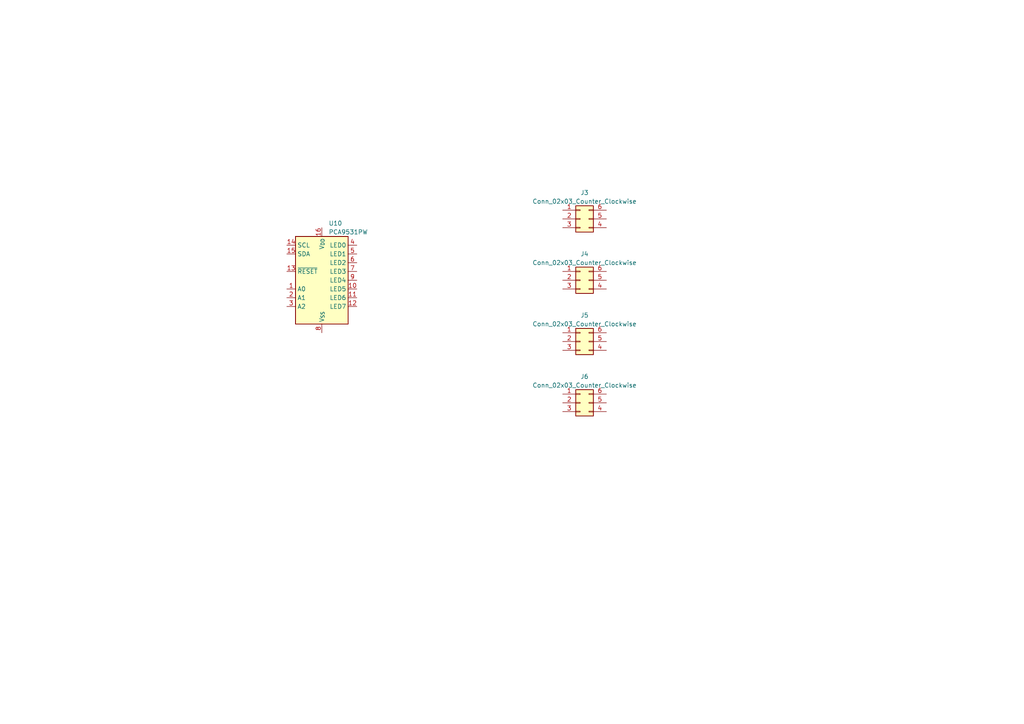
<source format=kicad_sch>
(kicad_sch (version 20230121) (generator eeschema)
  (paper "A4")
  (lib_symbols
    (symbol "Connector_Generic:Conn_02x03_Counter_Clockwise" (pin_names (offset 1.016) hide)
      (property "Reference" "J" (at 1.27 5.08 0))
      (property "Value" "Conn_02x03_Counter_Clockwise" (at 1.27 -5.08 0))
      (symbol "Conn_02x03_Counter_Clockwise_1_1"
        (rectangle (start -1.27 -2.413) (end 0 -2.667) (stroke (width 0.1524)))
        (rectangle (start -1.27 0.127) (end 0 -0.127) (stroke (width 0.1524)))
        (rectangle (start -1.27 2.667) (end 0 2.413) (stroke (width 0.1524)))
        (rectangle (start -1.27 3.81) (end 3.81 -3.81) (stroke (width 0.254)) (fill (type background)))
        (rectangle (start 3.81 -2.413) (end 2.54 -2.667) (stroke (width 0.1524)))
        (rectangle (start 3.81 0.127) (end 2.54 -0.127) (stroke (width 0.1524)))
        (rectangle (start 3.81 2.667) (end 2.54 2.413) (stroke (width 0.1524)))
        (pin passive line (at -5.08 2.54 0) (length 3.81) (name "Pin_1") (number "1"))
        (pin passive line (at -5.08 0 0) (length 3.81) (name "Pin_2") (number "2"))
        (pin passive line (at -5.08 -2.54 0) (length 3.81) (name "Pin_3") (number "3"))
        (pin passive line (at 7.62 -2.54 180) (length 3.81) (name "Pin_4") (number "4"))
        (pin passive line (at 7.62 0 180) (length 3.81) (name "Pin_5") (number "5"))
        (pin passive line (at 7.62 2.54 180) (length 3.81) (name "Pin_6") (number "6"))
      )
    )
    (symbol "Driver_LED:PCA9531PW"
      (property "Reference" "U" (at -7.62 13.97 0))
      (property "Value" "PCA9531PW" (at 6.35 -13.97 0))
      (symbol "PCA9531PW_0_1"
        (rectangle (start -7.62 12.7) (end 7.62 -12.7) (stroke (width 0.254)) (fill (type background)))
      )
      (symbol "PCA9531PW_1_1"
        (pin input line (at -10.16 -2.54 0) (length 2.54) (name "A0") (number "1"))
        (pin open_collector line (at 10.16 -2.54 180) (length 2.54) (name "LED5") (number "10"))
        (pin open_collector line (at 10.16 -5.08 180) (length 2.54) (name "LED6") (number "11"))
        (pin open_collector line (at 10.16 -7.62 180) (length 2.54) (name "LED7") (number "12"))
        (pin input line (at -10.16 2.54 0) (length 2.54) (name "~{RESET}") (number "13"))
        (pin input line (at -10.16 10.16 0) (length 2.54) (name "SCL") (number "14"))
        (pin bidirectional line (at -10.16 7.62 0) (length 2.54) (name "SDA") (number "15"))
        (pin power_in line (at 0 15.24 270) (length 2.54) (name "V_{DD}") (number "16"))
        (pin input line (at -10.16 -5.08 0) (length 2.54) (name "A1") (number "2"))
        (pin input line (at -10.16 -7.62 0) (length 2.54) (name "A2") (number "3"))
        (pin open_collector line (at 10.16 10.16 180) (length 2.54) (name "LED0") (number "4"))
        (pin open_collector line (at 10.16 7.62 180) (length 2.54) (name "LED1") (number "5"))
        (pin open_collector line (at 10.16 5.08 180) (length 2.54) (name "LED2") (number "6"))
        (pin open_collector line (at 10.16 2.54 180) (length 2.54) (name "LED3") (number "7"))
        (pin power_in line (at 0 -15.24 90) (length 2.54) (name "V_{SS}") (number "8"))
        (pin open_collector line (at 10.16 0 180) (length 2.54) (name "LED4") (number "9"))
      )
    )
  )
  (symbol (lib_id "Connector_Generic:Conn_02x03_Counter_Clockwise") (at 168.275 99.06 0) (unit 1)
    (property "Reference" "J5" (at 169.545 91.44 0))
    (property "Value" "Conn_02x03_Counter_Clockwise" (at 169.545 93.98 0))
  )
  (symbol (lib_id "Driver_LED:PCA9531PW") (at 93.345 81.28 0) (unit 1)
    (property "Reference" "U10" (at 95.3009 64.77 0) (effects (justify left)))
    (property "Value" "PCA9531PW" (at 95.3009 67.31 0) (effects (justify left)))
    (property "Footprint" "Package_SO:TSSOP-16_4.4x5mm_P0.65mm" (effects hide))
    (property "Datasheet" "https://www.nxp.com/docs/en/data-sheet/PCA9531.pdf" (effects hide))
    (instances (project "DroneRevamp" (path "" (reference "U10") (unit 1)) (path "" (reference "U4") (unit 1)) (path "" (reference "U4") (unit 1))))
  )
  (symbol (lib_id "Connector_Generic:Conn_02x03_Counter_Clockwise") (at 168.275 63.5 0) (unit 1)
    (property "Reference" "J3" (at 169.545 55.88 0))
    (property "Value" "Conn_02x03_Counter_Clockwise" (at 169.545 58.42 0))
  )
  (symbol (lib_id "Connector_Generic:Conn_02x03_Counter_Clockwise") (at 168.275 116.84 0) (unit 1)
    (property "Reference" "J6" (at 169.545 109.22 0))
    (property "Value" "Conn_02x03_Counter_Clockwise" (at 169.545 111.76 0))
  )
  (symbol (lib_id "Connector_Generic:Conn_02x03_Counter_Clockwise") (at 168.275 81.28 0) (unit 1)
    (property "Reference" "J4" (at 169.545 73.66 0))
    (property "Value" "Conn_02x03_Counter_Clockwise" (at 169.545 76.2 0))
  )
)
</source>
